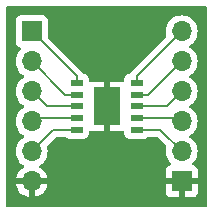
<source format=gtl>
%TF.GenerationSoftware,KiCad,Pcbnew,8.0.4*%
%TF.CreationDate,2025-01-06T14:26:04+00:00*%
%TF.ProjectId,essop_10_breakout,6573736f-705f-4313-905f-627265616b6f,rev?*%
%TF.SameCoordinates,Original*%
%TF.FileFunction,Copper,L1,Top*%
%TF.FilePolarity,Positive*%
%FSLAX46Y46*%
G04 Gerber Fmt 4.6, Leading zero omitted, Abs format (unit mm)*
G04 Created by KiCad (PCBNEW 8.0.4) date 2025-01-06 14:26:04*
%MOMM*%
%LPD*%
G01*
G04 APERTURE LIST*
%TA.AperFunction,ComponentPad*%
%ADD10R,1.700000X1.700000*%
%TD*%
%TA.AperFunction,ComponentPad*%
%ADD11O,1.700000X1.700000*%
%TD*%
%TA.AperFunction,SMDPad,CuDef*%
%ADD12R,2.300000X3.200000*%
%TD*%
%TA.AperFunction,SMDPad,CuDef*%
%ADD13R,1.100000X0.510000*%
%TD*%
%TA.AperFunction,ViaPad*%
%ADD14C,0.600000*%
%TD*%
%TA.AperFunction,Conductor*%
%ADD15C,0.500000*%
%TD*%
%TA.AperFunction,Conductor*%
%ADD16C,0.200000*%
%TD*%
G04 APERTURE END LIST*
D10*
%TO.P,J5,1,Pin_1*%
%TO.N,Net-(J5-Pin_1)*%
X52650000Y-52650000D03*
D11*
%TO.P,J5,2,Pin_2*%
%TO.N,/PIN2*%
X52650000Y-55190000D03*
%TO.P,J5,3,Pin_3*%
%TO.N,/PIN3*%
X52650000Y-57730000D03*
%TO.P,J5,4,Pin_4*%
%TO.N,Net-(J5-Pin_4)*%
X52650000Y-60270000D03*
%TO.P,J5,5,Pin_5*%
%TO.N,Net-(J5-Pin_5)*%
X52650000Y-62810000D03*
%TO.P,J5,6,Pin_6*%
%TO.N,/GND*%
X52650000Y-65350000D03*
%TD*%
D12*
%TO.P,U3,0,GND*%
%TO.N,/GND*%
X59000000Y-59000000D03*
D13*
%TO.P,U3,1,VDD*%
%TO.N,Net-(J5-Pin_1)*%
X56450000Y-57000000D03*
%TO.P,U3,2,CFG1*%
%TO.N,/PIN2*%
X56450000Y-58000000D03*
%TO.P,U3,3,CFG2*%
%TO.N,/PIN3*%
X56450000Y-59000000D03*
%TO.P,U3,4,DP*%
%TO.N,Net-(J5-Pin_4)*%
X56450000Y-60000000D03*
%TO.P,U3,5,DM*%
%TO.N,Net-(J5-Pin_5)*%
X56450000Y-61000000D03*
%TO.P,U3,6,CC1*%
%TO.N,/PIN6*%
X61550000Y-61000000D03*
%TO.P,U3,7,CC2*%
%TO.N,/PIN7*%
X61550000Y-60000000D03*
%TO.P,U3,8,VBUS*%
%TO.N,/PIN8*%
X61550000Y-59000000D03*
%TO.P,U3,9,CFG3*%
%TO.N,Net-(J6-Pin_5)*%
X61550000Y-58000000D03*
%TO.P,U3,10,PG*%
%TO.N,Net-(J6-Pin_6)*%
X61550000Y-57000000D03*
%TD*%
D10*
%TO.P,J6,1,Pin_1*%
%TO.N,/GND*%
X65350000Y-65350000D03*
D11*
%TO.P,J6,2,Pin_2*%
%TO.N,/PIN6*%
X65350000Y-62810000D03*
%TO.P,J6,3,Pin_3*%
%TO.N,/PIN7*%
X65350000Y-60270000D03*
%TO.P,J6,4,Pin_4*%
%TO.N,/PIN8*%
X65350000Y-57730000D03*
%TO.P,J6,5,Pin_5*%
%TO.N,Net-(J6-Pin_5)*%
X65350000Y-55190000D03*
%TO.P,J6,6,Pin_6*%
%TO.N,Net-(J6-Pin_6)*%
X65350000Y-52650000D03*
%TD*%
D14*
%TO.N,/GND*%
X59000000Y-54360000D03*
%TD*%
D15*
%TO.N,/GND*%
X63550000Y-65350000D02*
X65350000Y-65350000D01*
X52650000Y-65350000D02*
X54450000Y-65350000D01*
D16*
X59000000Y-61480000D02*
X58990000Y-61490000D01*
D15*
X58310000Y-61490000D02*
X59690000Y-61490000D01*
X59000000Y-59000000D02*
X59000000Y-54360000D01*
X59690000Y-61490000D02*
X63550000Y-65350000D01*
X59000000Y-59000000D02*
X59000000Y-61480000D01*
X54450000Y-65350000D02*
X58310000Y-61490000D01*
D16*
%TO.N,Net-(J5-Pin_4)*%
X56450000Y-60000000D02*
X52920000Y-60000000D01*
X52920000Y-60000000D02*
X52650000Y-60270000D01*
%TO.N,/PIN2*%
X55460000Y-58000000D02*
X52650000Y-55190000D01*
X56450000Y-58000000D02*
X55460000Y-58000000D01*
%TO.N,Net-(J5-Pin_1)*%
X56450000Y-56450000D02*
X52650000Y-52650000D01*
X56450000Y-57000000D02*
X56450000Y-56450000D01*
%TO.N,Net-(J5-Pin_5)*%
X56450000Y-61000000D02*
X54460000Y-61000000D01*
X54460000Y-61000000D02*
X52650000Y-62810000D01*
%TO.N,/PIN3*%
X53920000Y-59000000D02*
X52650000Y-57730000D01*
X56450000Y-59000000D02*
X53920000Y-59000000D01*
%TO.N,Net-(J6-Pin_5)*%
X61550000Y-58000000D02*
X62540000Y-58000000D01*
X62540000Y-58000000D02*
X65350000Y-55190000D01*
%TO.N,/PIN8*%
X61550000Y-59000000D02*
X64080000Y-59000000D01*
X64080000Y-59000000D02*
X65350000Y-57730000D01*
%TO.N,/PIN7*%
X61550000Y-60000000D02*
X65080000Y-60000000D01*
X65080000Y-60000000D02*
X65350000Y-60270000D01*
%TO.N,/PIN6*%
X61550000Y-61000000D02*
X63540000Y-61000000D01*
X63540000Y-61000000D02*
X65350000Y-62810000D01*
%TO.N,Net-(J6-Pin_6)*%
X61550000Y-57000000D02*
X61550000Y-56450000D01*
X61550000Y-56450000D02*
X65350000Y-52650000D01*
%TD*%
%TA.AperFunction,Conductor*%
%TO.N,/GND*%
G36*
X67442539Y-50520185D02*
G01*
X67488294Y-50572989D01*
X67499500Y-50624500D01*
X67499500Y-67375500D01*
X67479815Y-67442539D01*
X67427011Y-67488294D01*
X67375500Y-67499500D01*
X50624500Y-67499500D01*
X50557461Y-67479815D01*
X50511706Y-67427011D01*
X50500500Y-67375500D01*
X50500500Y-55189999D01*
X51294341Y-55189999D01*
X51294341Y-55190000D01*
X51314936Y-55425403D01*
X51314938Y-55425413D01*
X51376094Y-55653655D01*
X51376096Y-55653659D01*
X51376097Y-55653663D01*
X51385362Y-55673531D01*
X51475965Y-55867830D01*
X51475967Y-55867834D01*
X51611501Y-56061395D01*
X51611506Y-56061402D01*
X51778597Y-56228493D01*
X51778603Y-56228498D01*
X51964158Y-56358425D01*
X52007783Y-56413002D01*
X52014977Y-56482500D01*
X51983454Y-56544855D01*
X51964158Y-56561575D01*
X51778597Y-56691505D01*
X51611505Y-56858597D01*
X51475965Y-57052169D01*
X51475964Y-57052171D01*
X51376098Y-57266335D01*
X51376094Y-57266344D01*
X51314938Y-57494586D01*
X51314936Y-57494596D01*
X51294341Y-57729999D01*
X51294341Y-57730000D01*
X51314936Y-57965403D01*
X51314938Y-57965413D01*
X51376094Y-58193655D01*
X51376096Y-58193659D01*
X51376097Y-58193663D01*
X51462901Y-58379815D01*
X51475965Y-58407830D01*
X51475967Y-58407834D01*
X51611501Y-58601395D01*
X51611506Y-58601402D01*
X51778597Y-58768493D01*
X51778603Y-58768498D01*
X51964158Y-58898425D01*
X52007783Y-58953002D01*
X52014977Y-59022500D01*
X51983454Y-59084855D01*
X51964158Y-59101575D01*
X51778597Y-59231505D01*
X51611505Y-59398597D01*
X51475965Y-59592169D01*
X51475964Y-59592171D01*
X51376098Y-59806335D01*
X51376094Y-59806344D01*
X51314938Y-60034586D01*
X51314936Y-60034596D01*
X51294341Y-60269999D01*
X51294341Y-60270000D01*
X51314936Y-60505403D01*
X51314938Y-60505413D01*
X51376094Y-60733655D01*
X51376096Y-60733659D01*
X51376097Y-60733663D01*
X51475965Y-60947830D01*
X51475967Y-60947834D01*
X51611501Y-61141395D01*
X51611506Y-61141402D01*
X51778597Y-61308493D01*
X51778603Y-61308498D01*
X51964158Y-61438425D01*
X52007783Y-61493002D01*
X52014977Y-61562500D01*
X51983454Y-61624855D01*
X51964158Y-61641575D01*
X51778597Y-61771505D01*
X51611505Y-61938597D01*
X51475965Y-62132169D01*
X51475964Y-62132171D01*
X51376098Y-62346335D01*
X51376094Y-62346344D01*
X51314938Y-62574586D01*
X51314936Y-62574596D01*
X51294341Y-62809999D01*
X51294341Y-62810000D01*
X51314936Y-63045403D01*
X51314938Y-63045413D01*
X51376094Y-63273655D01*
X51376096Y-63273659D01*
X51376097Y-63273663D01*
X51475965Y-63487830D01*
X51475967Y-63487834D01*
X51584281Y-63642521D01*
X51611501Y-63681396D01*
X51611506Y-63681402D01*
X51778597Y-63848493D01*
X51778603Y-63848498D01*
X51964594Y-63978730D01*
X52008219Y-64033307D01*
X52015413Y-64102805D01*
X51983890Y-64165160D01*
X51964595Y-64181880D01*
X51778922Y-64311890D01*
X51778920Y-64311891D01*
X51611891Y-64478920D01*
X51611886Y-64478926D01*
X51476400Y-64672420D01*
X51476399Y-64672422D01*
X51376570Y-64886507D01*
X51376567Y-64886513D01*
X51319364Y-65099999D01*
X51319364Y-65100000D01*
X52216988Y-65100000D01*
X52184075Y-65157007D01*
X52150000Y-65284174D01*
X52150000Y-65415826D01*
X52184075Y-65542993D01*
X52216988Y-65600000D01*
X51319364Y-65600000D01*
X51376567Y-65813486D01*
X51376570Y-65813492D01*
X51476399Y-66027578D01*
X51611894Y-66221082D01*
X51778917Y-66388105D01*
X51972421Y-66523600D01*
X52186507Y-66623429D01*
X52186516Y-66623433D01*
X52400000Y-66680634D01*
X52400000Y-65783012D01*
X52457007Y-65815925D01*
X52584174Y-65850000D01*
X52715826Y-65850000D01*
X52842993Y-65815925D01*
X52900000Y-65783012D01*
X52900000Y-66680633D01*
X53113483Y-66623433D01*
X53113492Y-66623429D01*
X53327578Y-66523600D01*
X53521082Y-66388105D01*
X53688105Y-66221082D01*
X53823600Y-66027578D01*
X53923429Y-65813492D01*
X53923432Y-65813486D01*
X53980636Y-65600000D01*
X53083012Y-65600000D01*
X53115925Y-65542993D01*
X53150000Y-65415826D01*
X53150000Y-65284174D01*
X53115925Y-65157007D01*
X53083012Y-65100000D01*
X53980636Y-65100000D01*
X53980635Y-65099999D01*
X53923432Y-64886513D01*
X53923429Y-64886507D01*
X53823600Y-64672422D01*
X53823599Y-64672420D01*
X53688113Y-64478926D01*
X53688108Y-64478920D01*
X53521078Y-64311890D01*
X53335405Y-64181879D01*
X53291780Y-64127302D01*
X53284588Y-64057804D01*
X53316110Y-63995449D01*
X53335406Y-63978730D01*
X53447500Y-63900241D01*
X53521401Y-63848495D01*
X53688495Y-63681401D01*
X53824035Y-63487830D01*
X53923903Y-63273663D01*
X53985063Y-63045408D01*
X54005659Y-62810000D01*
X53985063Y-62574592D01*
X53950671Y-62446239D01*
X53952334Y-62376393D01*
X53982763Y-62326470D01*
X54672417Y-61636819D01*
X54733740Y-61603334D01*
X54760098Y-61600500D01*
X55485091Y-61600500D01*
X55552130Y-61620185D01*
X55559402Y-61625233D01*
X55657669Y-61698796D01*
X55657671Y-61698797D01*
X55792517Y-61749091D01*
X55792516Y-61749091D01*
X55799444Y-61749835D01*
X55852127Y-61755500D01*
X57047872Y-61755499D01*
X57107483Y-61749091D01*
X57242331Y-61698796D01*
X57357546Y-61612546D01*
X57443796Y-61497331D01*
X57494091Y-61362483D01*
X57500500Y-61302873D01*
X57500499Y-61181882D01*
X57520183Y-61114845D01*
X57572987Y-61069090D01*
X57642145Y-61059146D01*
X57667833Y-61065702D01*
X57742623Y-61093597D01*
X57742627Y-61093598D01*
X57802155Y-61099999D01*
X57802172Y-61100000D01*
X60197828Y-61100000D01*
X60197844Y-61099999D01*
X60257372Y-61093598D01*
X60257383Y-61093595D01*
X60332166Y-61065703D01*
X60401857Y-61060718D01*
X60463181Y-61094202D01*
X60496666Y-61155525D01*
X60499500Y-61181883D01*
X60499500Y-61302869D01*
X60499501Y-61302876D01*
X60505908Y-61362483D01*
X60556202Y-61497328D01*
X60556206Y-61497335D01*
X60642452Y-61612544D01*
X60642455Y-61612547D01*
X60757664Y-61698793D01*
X60757671Y-61698797D01*
X60892517Y-61749091D01*
X60892516Y-61749091D01*
X60899444Y-61749835D01*
X60952127Y-61755500D01*
X62147872Y-61755499D01*
X62207483Y-61749091D01*
X62342331Y-61698796D01*
X62440598Y-61625232D01*
X62506062Y-61600816D01*
X62514909Y-61600500D01*
X63239903Y-61600500D01*
X63306942Y-61620185D01*
X63327584Y-61636819D01*
X64017233Y-62326468D01*
X64050718Y-62387791D01*
X64049327Y-62446241D01*
X64014939Y-62574583D01*
X64014936Y-62574596D01*
X63994341Y-62809999D01*
X63994341Y-62810000D01*
X64014936Y-63045403D01*
X64014938Y-63045413D01*
X64076094Y-63273655D01*
X64076096Y-63273659D01*
X64076097Y-63273663D01*
X64175965Y-63487830D01*
X64175967Y-63487834D01*
X64284281Y-63642521D01*
X64311501Y-63681396D01*
X64311506Y-63681402D01*
X64433818Y-63803714D01*
X64467303Y-63865037D01*
X64462319Y-63934729D01*
X64420447Y-63990662D01*
X64389471Y-64007577D01*
X64257912Y-64056646D01*
X64257906Y-64056649D01*
X64142812Y-64142809D01*
X64142809Y-64142812D01*
X64056649Y-64257906D01*
X64056645Y-64257913D01*
X64006403Y-64392620D01*
X64006401Y-64392627D01*
X64000000Y-64452155D01*
X64000000Y-65100000D01*
X64916988Y-65100000D01*
X64884075Y-65157007D01*
X64850000Y-65284174D01*
X64850000Y-65415826D01*
X64884075Y-65542993D01*
X64916988Y-65600000D01*
X64000000Y-65600000D01*
X64000000Y-66247844D01*
X64006401Y-66307372D01*
X64006403Y-66307379D01*
X64056645Y-66442086D01*
X64056649Y-66442093D01*
X64142809Y-66557187D01*
X64142812Y-66557190D01*
X64257906Y-66643350D01*
X64257913Y-66643354D01*
X64392620Y-66693596D01*
X64392627Y-66693598D01*
X64452155Y-66699999D01*
X64452172Y-66700000D01*
X65100000Y-66700000D01*
X65100000Y-65783012D01*
X65157007Y-65815925D01*
X65284174Y-65850000D01*
X65415826Y-65850000D01*
X65542993Y-65815925D01*
X65600000Y-65783012D01*
X65600000Y-66700000D01*
X66247828Y-66700000D01*
X66247844Y-66699999D01*
X66307372Y-66693598D01*
X66307379Y-66693596D01*
X66442086Y-66643354D01*
X66442093Y-66643350D01*
X66557187Y-66557190D01*
X66557190Y-66557187D01*
X66643350Y-66442093D01*
X66643354Y-66442086D01*
X66693596Y-66307379D01*
X66693598Y-66307372D01*
X66699999Y-66247844D01*
X66700000Y-66247827D01*
X66700000Y-65600000D01*
X65783012Y-65600000D01*
X65815925Y-65542993D01*
X65850000Y-65415826D01*
X65850000Y-65284174D01*
X65815925Y-65157007D01*
X65783012Y-65100000D01*
X66700000Y-65100000D01*
X66700000Y-64452172D01*
X66699999Y-64452155D01*
X66693598Y-64392627D01*
X66693596Y-64392620D01*
X66643354Y-64257913D01*
X66643350Y-64257906D01*
X66557190Y-64142812D01*
X66557187Y-64142809D01*
X66442093Y-64056649D01*
X66442088Y-64056646D01*
X66310528Y-64007577D01*
X66254595Y-63965705D01*
X66230178Y-63900241D01*
X66245030Y-63831968D01*
X66266175Y-63803720D01*
X66388495Y-63681401D01*
X66524035Y-63487830D01*
X66623903Y-63273663D01*
X66685063Y-63045408D01*
X66705659Y-62810000D01*
X66685063Y-62574592D01*
X66623903Y-62346337D01*
X66524035Y-62132171D01*
X66388495Y-61938599D01*
X66388494Y-61938597D01*
X66221402Y-61771506D01*
X66221396Y-61771501D01*
X66035842Y-61641575D01*
X65992217Y-61586998D01*
X65985023Y-61517500D01*
X66016546Y-61455145D01*
X66035842Y-61438425D01*
X66144298Y-61362483D01*
X66221401Y-61308495D01*
X66388495Y-61141401D01*
X66524035Y-60947830D01*
X66623903Y-60733663D01*
X66685063Y-60505408D01*
X66705659Y-60270000D01*
X66685063Y-60034592D01*
X66623903Y-59806337D01*
X66524035Y-59592171D01*
X66461366Y-59502669D01*
X66388494Y-59398597D01*
X66221402Y-59231506D01*
X66221396Y-59231501D01*
X66035842Y-59101575D01*
X65992217Y-59046998D01*
X65985023Y-58977500D01*
X66016546Y-58915145D01*
X66035842Y-58898425D01*
X66058026Y-58882891D01*
X66221401Y-58768495D01*
X66388495Y-58601401D01*
X66524035Y-58407830D01*
X66623903Y-58193663D01*
X66685063Y-57965408D01*
X66705659Y-57730000D01*
X66685063Y-57494592D01*
X66623903Y-57266337D01*
X66524035Y-57052171D01*
X66422446Y-56907085D01*
X66388494Y-56858597D01*
X66221402Y-56691506D01*
X66221396Y-56691501D01*
X66035842Y-56561575D01*
X65992217Y-56506998D01*
X65985023Y-56437500D01*
X66016546Y-56375145D01*
X66035842Y-56358425D01*
X66059076Y-56342156D01*
X66221401Y-56228495D01*
X66388495Y-56061401D01*
X66524035Y-55867830D01*
X66623903Y-55653663D01*
X66685063Y-55425408D01*
X66705659Y-55190000D01*
X66685063Y-54954592D01*
X66623903Y-54726337D01*
X66524035Y-54512171D01*
X66388495Y-54318599D01*
X66388494Y-54318597D01*
X66221402Y-54151506D01*
X66221396Y-54151501D01*
X66035842Y-54021575D01*
X65992217Y-53966998D01*
X65985023Y-53897500D01*
X66016546Y-53835145D01*
X66035842Y-53818425D01*
X66058026Y-53802891D01*
X66221401Y-53688495D01*
X66388495Y-53521401D01*
X66524035Y-53327830D01*
X66623903Y-53113663D01*
X66685063Y-52885408D01*
X66705659Y-52650000D01*
X66685063Y-52414592D01*
X66623903Y-52186337D01*
X66524035Y-51972171D01*
X66388495Y-51778599D01*
X66388494Y-51778597D01*
X66221402Y-51611506D01*
X66221395Y-51611501D01*
X66027834Y-51475967D01*
X66027830Y-51475965D01*
X66027828Y-51475964D01*
X65813663Y-51376097D01*
X65813659Y-51376096D01*
X65813655Y-51376094D01*
X65585413Y-51314938D01*
X65585403Y-51314936D01*
X65350001Y-51294341D01*
X65349999Y-51294341D01*
X65114596Y-51314936D01*
X65114586Y-51314938D01*
X64886344Y-51376094D01*
X64886335Y-51376098D01*
X64672171Y-51475964D01*
X64672169Y-51475965D01*
X64478597Y-51611505D01*
X64311505Y-51778597D01*
X64175965Y-51972169D01*
X64175964Y-51972171D01*
X64076098Y-52186335D01*
X64076094Y-52186344D01*
X64014938Y-52414586D01*
X64014936Y-52414596D01*
X63994341Y-52649999D01*
X63994341Y-52650000D01*
X64014936Y-52885403D01*
X64014938Y-52885413D01*
X64049327Y-53013755D01*
X64047664Y-53083605D01*
X64017233Y-53133529D01*
X61181286Y-55969478D01*
X61069481Y-56081282D01*
X61069479Y-56081285D01*
X61028624Y-56152050D01*
X61028621Y-56152054D01*
X61008272Y-56187297D01*
X60957704Y-56235511D01*
X60914142Y-56248583D01*
X60892520Y-56250907D01*
X60757671Y-56301202D01*
X60757664Y-56301206D01*
X60642455Y-56387452D01*
X60642452Y-56387455D01*
X60556206Y-56502664D01*
X60556202Y-56502671D01*
X60505908Y-56637517D01*
X60500105Y-56691501D01*
X60499501Y-56697123D01*
X60499500Y-56697135D01*
X60499500Y-56818115D01*
X60479815Y-56885154D01*
X60427011Y-56930909D01*
X60357853Y-56940853D01*
X60332167Y-56934297D01*
X60257379Y-56906403D01*
X60257372Y-56906401D01*
X60197844Y-56900000D01*
X57802155Y-56900000D01*
X57742627Y-56906401D01*
X57742619Y-56906403D01*
X57667832Y-56934297D01*
X57598140Y-56939281D01*
X57536817Y-56905795D01*
X57503333Y-56844472D01*
X57500499Y-56818115D01*
X57500499Y-56697129D01*
X57500498Y-56697123D01*
X57500497Y-56697116D01*
X57494091Y-56637517D01*
X57465766Y-56561575D01*
X57443797Y-56502671D01*
X57443793Y-56502664D01*
X57357547Y-56387455D01*
X57357544Y-56387452D01*
X57242335Y-56301206D01*
X57242328Y-56301202D01*
X57107483Y-56250908D01*
X57085853Y-56248583D01*
X57021303Y-56221844D01*
X56991725Y-56187295D01*
X56930520Y-56081284D01*
X55575571Y-54726335D01*
X54036818Y-53187582D01*
X54003333Y-53126259D01*
X54000499Y-53099901D01*
X54000499Y-51752129D01*
X54000498Y-51752123D01*
X54000497Y-51752116D01*
X53994091Y-51692517D01*
X53943796Y-51557669D01*
X53943795Y-51557668D01*
X53943793Y-51557664D01*
X53857547Y-51442455D01*
X53857544Y-51442452D01*
X53742335Y-51356206D01*
X53742328Y-51356202D01*
X53607482Y-51305908D01*
X53607483Y-51305908D01*
X53547883Y-51299501D01*
X53547881Y-51299500D01*
X53547873Y-51299500D01*
X53547864Y-51299500D01*
X51752129Y-51299500D01*
X51752123Y-51299501D01*
X51692516Y-51305908D01*
X51557671Y-51356202D01*
X51557664Y-51356206D01*
X51442455Y-51442452D01*
X51442452Y-51442455D01*
X51356206Y-51557664D01*
X51356202Y-51557671D01*
X51305908Y-51692517D01*
X51299501Y-51752116D01*
X51299501Y-51752123D01*
X51299500Y-51752135D01*
X51299500Y-53547870D01*
X51299501Y-53547876D01*
X51305908Y-53607483D01*
X51356202Y-53742328D01*
X51356206Y-53742335D01*
X51442452Y-53857544D01*
X51442455Y-53857547D01*
X51557664Y-53943793D01*
X51557671Y-53943797D01*
X51689081Y-53992810D01*
X51745015Y-54034681D01*
X51769432Y-54100145D01*
X51754580Y-54168418D01*
X51733430Y-54196673D01*
X51611503Y-54318600D01*
X51475965Y-54512169D01*
X51475964Y-54512171D01*
X51376098Y-54726335D01*
X51376094Y-54726344D01*
X51314938Y-54954586D01*
X51314936Y-54954596D01*
X51294341Y-55189999D01*
X50500500Y-55189999D01*
X50500500Y-50624500D01*
X50520185Y-50557461D01*
X50572989Y-50511706D01*
X50624500Y-50500500D01*
X67375500Y-50500500D01*
X67442539Y-50520185D01*
G37*
%TD.AperFunction*%
%TD*%
M02*

</source>
